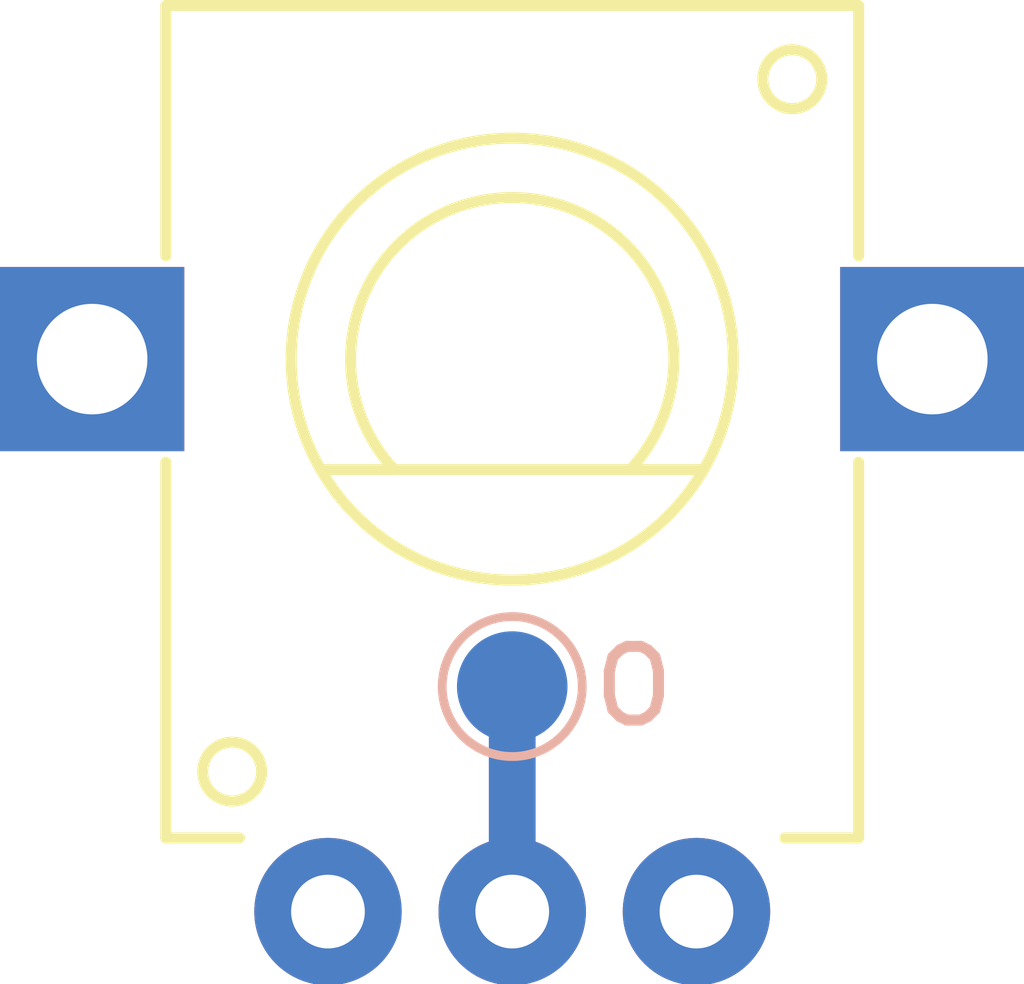
<source format=kicad_pcb>
(kicad_pcb (version 20171130) (host pcbnew "(5.1.9-0-10_14)")

  (general
    (thickness 1.6)
    (drawings 1)
    (tracks 2)
    (zones 0)
    (modules 2)
    (nets 4)
  )

  (page A4)
  (layers
    (0 F.Cu signal)
    (31 B.Cu signal)
    (32 B.Adhes user)
    (33 F.Adhes user)
    (34 B.Paste user)
    (35 F.Paste user)
    (36 B.SilkS user)
    (37 F.SilkS user)
    (38 B.Mask user)
    (39 F.Mask user)
    (40 Dwgs.User user)
    (41 Cmts.User user)
    (42 Eco1.User user)
    (43 Eco2.User user)
    (44 Edge.Cuts user)
    (45 Margin user)
    (46 B.CrtYd user hide)
    (47 F.CrtYd user hide)
    (48 B.Fab user hide)
    (49 F.Fab user hide)
  )

  (setup
    (last_trace_width 0.1524)
    (user_trace_width 0.1524)
    (user_trace_width 0.254)
    (user_trace_width 0.4064)
    (user_trace_width 0.635)
    (trace_clearance 0.1524)
    (zone_clearance 0.508)
    (zone_45_only no)
    (trace_min 0.1524)
    (via_size 0.6858)
    (via_drill 0.3048)
    (via_min_size 0.6858)
    (via_min_drill 0.3048)
    (uvia_size 0.3048)
    (uvia_drill 0.1524)
    (uvias_allowed no)
    (uvia_min_size 0.2)
    (uvia_min_drill 0.1)
    (edge_width 0.15)
    (segment_width 0.2)
    (pcb_text_width 0.3)
    (pcb_text_size 1.5 1.5)
    (mod_edge_width 0.15)
    (mod_text_size 1 1)
    (mod_text_width 0.15)
    (pad_size 2 2)
    (pad_drill 1)
    (pad_to_mask_clearance 0.2)
    (aux_axis_origin 0 0)
    (visible_elements FFFFFF7F)
    (pcbplotparams
      (layerselection 0x010fc_ffffffff)
      (usegerberextensions false)
      (usegerberattributes false)
      (usegerberadvancedattributes false)
      (creategerberjobfile false)
      (excludeedgelayer true)
      (linewidth 0.100000)
      (plotframeref false)
      (viasonmask false)
      (mode 1)
      (useauxorigin false)
      (hpglpennumber 1)
      (hpglpenspeed 20)
      (hpglpendiameter 15.000000)
      (psnegative false)
      (psa4output false)
      (plotreference true)
      (plotvalue true)
      (plotinvisibletext false)
      (padsonsilk false)
      (subtractmaskfromsilk false)
      (outputformat 1)
      (mirror false)
      (drillshape 1)
      (scaleselection 1)
      (outputdirectory ""))
  )

  (net 0 "")
  (net 1 "Net-(RV1-Pad2)")
  (net 2 +3V3)
  (net 3 GND)

  (net_class Default "This is the default net class."
    (clearance 0.1524)
    (trace_width 0.1524)
    (via_dia 0.6858)
    (via_drill 0.3048)
    (uvia_dia 0.3048)
    (uvia_drill 0.1524)
    (diff_pair_width 0.1524)
    (diff_pair_gap 0.1524)
    (add_net +3V3)
    (add_net GND)
    (add_net "Net-(RV1-Pad2)")
  )

  (module Potentiometer_Thonk:AlphaPot9ShaftD (layer F.Cu) (tedit 60B9168A) (tstamp 6089D0FA)
    (at 0 0)
    (path /5FCAE65B)
    (fp_text reference RV1 (at 0 4.7) (layer F.SilkS) hide
      (effects (font (size 1 1) (thickness 0.15)))
    )
    (fp_text value 100k (at 0 10.1) (layer F.Fab)
      (effects (font (size 1 1) (thickness 0.15)))
    )
    (fp_circle (center -3.8 5.6) (end -4.2 5.6) (layer F.SilkS) (width 0.15))
    (fp_circle (center 3.8 -3.8) (end 4.2 -3.8) (layer F.SilkS) (width 0.15))
    (fp_line (start -2.6 1.5) (end 2.6 1.5) (layer F.SilkS) (width 0.15))
    (fp_circle (center 0 0) (end 3 0) (layer F.SilkS) (width 0.15))
    (fp_line (start 3.7 6.5) (end 4.7 6.5) (layer F.SilkS) (width 0.15))
    (fp_line (start 4.7 1.4) (end 4.7 6.5) (layer F.SilkS) (width 0.15))
    (fp_line (start -4.7 1.4) (end -4.7 6.5) (layer F.SilkS) (width 0.15))
    (fp_line (start -4.7 6.5) (end -3.7 6.5) (layer F.SilkS) (width 0.15))
    (fp_line (start -4.7 -4.8) (end -4.7 -1.4) (layer F.SilkS) (width 0.15))
    (fp_line (start 4.7 -4.8) (end 4.7 -1.4) (layer F.SilkS) (width 0.15))
    (fp_line (start -4.7 -4.8) (end 4.7 -4.8) (layer F.SilkS) (width 0.15))
    (fp_arc (start 0 0) (end -1.6 1.5) (angle 265) (layer F.SilkS) (width 0.15))
    (pad "" thru_hole rect (at 5.7 0) (size 2.5 2.5) (drill 1.5) (layers *.Cu *.Mask))
    (pad 3 thru_hole oval (at 2.5 7.5) (size 2 2) (drill 1) (layers *.Cu *.Mask)
      (net 2 +3V3))
    (pad 2 thru_hole oval (at 0 7.5) (size 2 2) (drill 1) (layers *.Cu *.Mask)
      (net 1 "Net-(RV1-Pad2)"))
    (pad 1 thru_hole oval (at -2.5 7.5) (size 2 2) (drill 1) (layers *.Cu *.Mask)
      (net 3 GND))
    (pad "" thru_hole rect (at -5.7 0) (size 2.5 2.5) (drill 1.5) (layers *.Cu *.Mask))
  )

  (module TestPoint:TestPoint_Pad_D1.5mm (layer B.Cu) (tedit 5A0F774F) (tstamp 60B9177F)
    (at 0 4.445)
    (descr "SMD pad as test Point, diameter 1.5mm")
    (tags "test point SMD pad")
    (path /60B9472F)
    (attr virtual)
    (fp_text reference TP1 (at 0 1.648) (layer B.SilkS) hide
      (effects (font (size 1 1) (thickness 0.15)) (justify mirror))
    )
    (fp_text value TestPoint (at 0 -1.75) (layer B.Fab)
      (effects (font (size 1 1) (thickness 0.15)) (justify mirror))
    )
    (fp_circle (center 0 0) (end 0 -0.95) (layer B.SilkS) (width 0.12))
    (fp_circle (center 0 0) (end 1.25 0) (layer B.CrtYd) (width 0.05))
    (fp_text user %R (at 0 1.65) (layer B.Fab)
      (effects (font (size 1 1) (thickness 0.15)) (justify mirror))
    )
    (pad 1 smd circle (at 0 0) (size 1.5 1.5) (layers B.Cu B.Mask)
      (net 1 "Net-(RV1-Pad2)"))
  )

  (gr_text O (at 1.651 4.445) (layer B.SilkS)
    (effects (font (size 1 1) (thickness 0.15)))
  )

  (segment (start 0 7.5) (end 0 7.62) (width 0.635) (layer B.Cu) (net 1))
  (segment (start 0 7.62) (end 0 4.445) (width 0.635) (layer B.Cu) (net 1))

)

</source>
